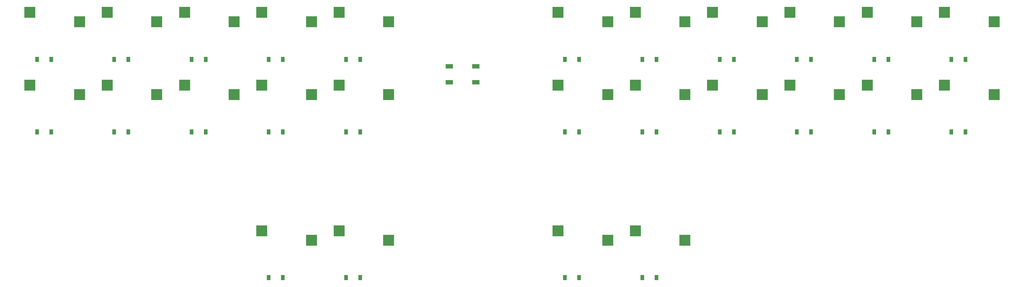
<source format=gbr>
%TF.GenerationSoftware,KiCad,Pcbnew,9.0.0*%
%TF.CreationDate,2025-03-14T12:58:10+01:00*%
%TF.ProjectId,pcb,7063622e-6b69-4636-9164-5f7063625858,v1.0.0*%
%TF.SameCoordinates,Original*%
%TF.FileFunction,Paste,Bot*%
%TF.FilePolarity,Positive*%
%FSLAX46Y46*%
G04 Gerber Fmt 4.6, Leading zero omitted, Abs format (unit mm)*
G04 Created by KiCad (PCBNEW 9.0.0) date 2025-03-14 12:58:10*
%MOMM*%
%LPD*%
G01*
G04 APERTURE LIST*
%ADD10R,2.600000X2.600000*%
%ADD11R,0.900000X1.200000*%
%ADD12R,1.800000X1.100000*%
G04 APERTURE END LIST*
D10*
%TO.C,S1*%
X96725000Y-94050000D03*
X108275000Y-96250000D03*
%TD*%
%TO.C,S2*%
X96725000Y-77050000D03*
X108275000Y-79250000D03*
%TD*%
%TO.C,S3*%
X114725000Y-94050000D03*
X126275000Y-96250000D03*
%TD*%
%TO.C,S4*%
X114725000Y-77050000D03*
X126275000Y-79250000D03*
%TD*%
%TO.C,S5*%
X132725000Y-94050000D03*
X144275000Y-96250000D03*
%TD*%
%TO.C,S6*%
X132725000Y-77050000D03*
X144275000Y-79250000D03*
%TD*%
%TO.C,S7*%
X150725000Y-94050000D03*
X162275000Y-96250000D03*
%TD*%
%TO.C,S8*%
X150725000Y-77050000D03*
X162275000Y-79250000D03*
%TD*%
%TO.C,S9*%
X168725000Y-94050000D03*
X180275000Y-96250000D03*
%TD*%
%TO.C,S10*%
X168725000Y-77050000D03*
X180275000Y-79250000D03*
%TD*%
%TO.C,S11*%
X219725000Y-94050000D03*
X231275000Y-96250000D03*
%TD*%
%TO.C,S12*%
X219725000Y-77050000D03*
X231275000Y-79250000D03*
%TD*%
%TO.C,S13*%
X237725000Y-94050000D03*
X249275000Y-96250000D03*
%TD*%
%TO.C,S14*%
X237725000Y-77050000D03*
X249275000Y-79250000D03*
%TD*%
%TO.C,S15*%
X255725000Y-94050000D03*
X267275000Y-96250000D03*
%TD*%
%TO.C,S16*%
X255725000Y-77050000D03*
X267275000Y-79250000D03*
%TD*%
%TO.C,S17*%
X273725000Y-94050000D03*
X285275000Y-96250000D03*
%TD*%
%TO.C,S18*%
X273725000Y-77050000D03*
X285275000Y-79250000D03*
%TD*%
%TO.C,S19*%
X291725000Y-94050000D03*
X303275000Y-96250000D03*
%TD*%
%TO.C,S20*%
X291725000Y-77050000D03*
X303275000Y-79250000D03*
%TD*%
%TO.C,S21*%
X309725000Y-94050000D03*
X321275000Y-96250000D03*
%TD*%
%TO.C,S22*%
X309725000Y-77050000D03*
X321275000Y-79250000D03*
%TD*%
%TO.C,S23*%
X150725000Y-128050000D03*
X162275000Y-130250000D03*
%TD*%
%TO.C,S24*%
X168725000Y-128050000D03*
X180275000Y-130250000D03*
%TD*%
%TO.C,S25*%
X219725000Y-128050000D03*
X231275000Y-130250000D03*
%TD*%
%TO.C,S26*%
X237725000Y-128050000D03*
X249275000Y-130250000D03*
%TD*%
D11*
%TO.C,D1*%
X101650000Y-105000000D03*
X98350000Y-105000000D03*
%TD*%
%TO.C,D2*%
X101650000Y-88000000D03*
X98350000Y-88000000D03*
%TD*%
%TO.C,D3*%
X119650000Y-105000000D03*
X116350000Y-105000000D03*
%TD*%
%TO.C,D4*%
X119650000Y-88000000D03*
X116350000Y-88000000D03*
%TD*%
%TO.C,D5*%
X137650000Y-105000000D03*
X134350000Y-105000000D03*
%TD*%
%TO.C,D6*%
X137650000Y-88000000D03*
X134350000Y-88000000D03*
%TD*%
%TO.C,D7*%
X155650000Y-105000000D03*
X152350000Y-105000000D03*
%TD*%
%TO.C,D8*%
X155650000Y-88000000D03*
X152350000Y-88000000D03*
%TD*%
%TO.C,D9*%
X173650000Y-105000000D03*
X170350000Y-105000000D03*
%TD*%
%TO.C,D10*%
X173650000Y-88000000D03*
X170350000Y-88000000D03*
%TD*%
%TO.C,D11*%
X224650000Y-105000000D03*
X221350000Y-105000000D03*
%TD*%
%TO.C,D12*%
X224650000Y-88000000D03*
X221350000Y-88000000D03*
%TD*%
%TO.C,D13*%
X242650000Y-105000000D03*
X239350000Y-105000000D03*
%TD*%
%TO.C,D14*%
X242650000Y-88000000D03*
X239350000Y-88000000D03*
%TD*%
%TO.C,D15*%
X260650000Y-105000000D03*
X257350000Y-105000000D03*
%TD*%
%TO.C,D16*%
X260650000Y-88000000D03*
X257350000Y-88000000D03*
%TD*%
%TO.C,D17*%
X278650000Y-105000000D03*
X275350000Y-105000000D03*
%TD*%
%TO.C,D18*%
X278650000Y-88000000D03*
X275350000Y-88000000D03*
%TD*%
%TO.C,D19*%
X296650000Y-105000000D03*
X293350000Y-105000000D03*
%TD*%
%TO.C,D20*%
X296650000Y-88000000D03*
X293350000Y-88000000D03*
%TD*%
%TO.C,D21*%
X314650000Y-105000000D03*
X311350000Y-105000000D03*
%TD*%
%TO.C,D22*%
X314650000Y-88000000D03*
X311350000Y-88000000D03*
%TD*%
%TO.C,D23*%
X155650000Y-139000000D03*
X152350000Y-139000000D03*
%TD*%
%TO.C,D24*%
X173650000Y-139000000D03*
X170350000Y-139000000D03*
%TD*%
%TO.C,D25*%
X224650000Y-139000000D03*
X221350000Y-139000000D03*
%TD*%
%TO.C,D26*%
X242650000Y-139000000D03*
X239350000Y-139000000D03*
%TD*%
D12*
%TO.C,B1*%
X194400000Y-89650000D03*
X200600000Y-89650000D03*
X194400000Y-93350000D03*
X200600000Y-93350000D03*
%TD*%
M02*

</source>
